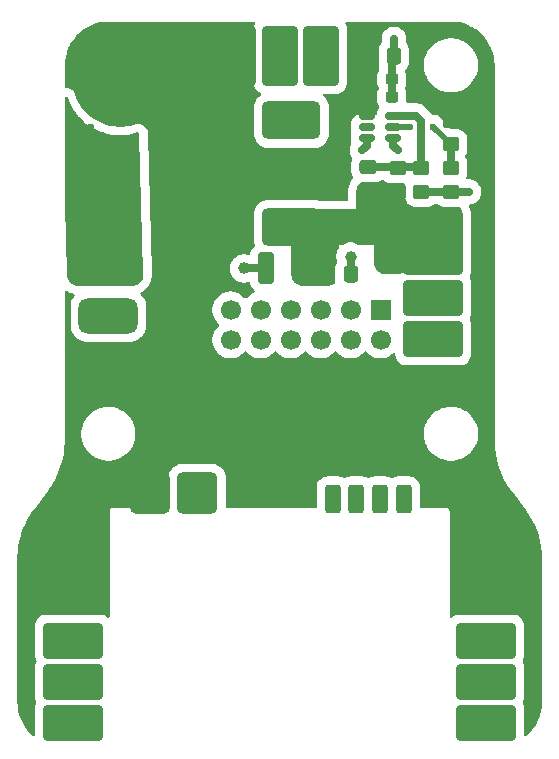
<source format=gbr>
%TF.GenerationSoftware,KiCad,Pcbnew,9.0.6*%
%TF.CreationDate,2025-11-04T19:27:01-06:00*%
%TF.ProjectId,PD_Board_v3,50445f42-6f61-4726-945f-76332e6b6963,rev?*%
%TF.SameCoordinates,Original*%
%TF.FileFunction,Copper,L1,Top*%
%TF.FilePolarity,Positive*%
%FSLAX46Y46*%
G04 Gerber Fmt 4.6, Leading zero omitted, Abs format (unit mm)*
G04 Created by KiCad (PCBNEW 9.0.6) date 2025-11-04 19:27:01*
%MOMM*%
%LPD*%
G01*
G04 APERTURE LIST*
G04 Aperture macros list*
%AMRoundRect*
0 Rectangle with rounded corners*
0 $1 Rounding radius*
0 $2 $3 $4 $5 $6 $7 $8 $9 X,Y pos of 4 corners*
0 Add a 4 corners polygon primitive as box body*
4,1,4,$2,$3,$4,$5,$6,$7,$8,$9,$2,$3,0*
0 Add four circle primitives for the rounded corners*
1,1,$1+$1,$2,$3*
1,1,$1+$1,$4,$5*
1,1,$1+$1,$6,$7*
1,1,$1+$1,$8,$9*
0 Add four rect primitives between the rounded corners*
20,1,$1+$1,$2,$3,$4,$5,0*
20,1,$1+$1,$4,$5,$6,$7,0*
20,1,$1+$1,$6,$7,$8,$9,0*
20,1,$1+$1,$8,$9,$2,$3,0*%
G04 Aperture macros list end*
%TA.AperFunction,SMDPad,CuDef*%
%ADD10RoundRect,0.250000X-0.450000X0.350000X-0.450000X-0.350000X0.450000X-0.350000X0.450000X0.350000X0*%
%TD*%
%TA.AperFunction,ComponentPad*%
%ADD11RoundRect,0.511413X-1.193298X-1.239257X1.193298X-1.239257X1.193298X1.239257X-1.193298X1.239257X0*%
%TD*%
%TA.AperFunction,ComponentPad*%
%ADD12RoundRect,0.519917X-1.213138X-1.247688X1.213138X-1.247688X1.213138X1.247688X-1.213138X1.247688X0*%
%TD*%
%TA.AperFunction,ComponentPad*%
%ADD13RoundRect,0.197827X-0.461597X-0.989841X0.461597X-0.989841X0.461597X0.989841X-0.461597X0.989841X0*%
%TD*%
%TA.AperFunction,ComponentPad*%
%ADD14RoundRect,0.250000X-2.250000X-1.250000X2.250000X-1.250000X2.250000X1.250000X-2.250000X1.250000X0*%
%TD*%
%TA.AperFunction,SMDPad,CuDef*%
%ADD15RoundRect,0.237500X-0.300000X-0.237500X0.300000X-0.237500X0.300000X0.237500X-0.300000X0.237500X0*%
%TD*%
%TA.AperFunction,SMDPad,CuDef*%
%ADD16RoundRect,0.250000X-0.337500X-0.475000X0.337500X-0.475000X0.337500X0.475000X-0.337500X0.475000X0*%
%TD*%
%TA.AperFunction,SMDPad,CuDef*%
%ADD17RoundRect,0.150000X-0.512500X-0.150000X0.512500X-0.150000X0.512500X0.150000X-0.512500X0.150000X0*%
%TD*%
%TA.AperFunction,ComponentPad*%
%ADD18R,1.700000X1.700000*%
%TD*%
%TA.AperFunction,ComponentPad*%
%ADD19C,1.700000*%
%TD*%
%TA.AperFunction,SMDPad,CuDef*%
%ADD20RoundRect,0.250000X0.475000X-0.337500X0.475000X0.337500X-0.475000X0.337500X-0.475000X-0.337500X0*%
%TD*%
%TA.AperFunction,ComponentPad*%
%ADD21RoundRect,0.750000X-1.750000X-0.750000X1.750000X-0.750000X1.750000X0.750000X-1.750000X0.750000X0*%
%TD*%
%TA.AperFunction,ComponentPad*%
%ADD22RoundRect,0.250000X1.250000X-2.250000X1.250000X2.250000X-1.250000X2.250000X-1.250000X-2.250000X0*%
%TD*%
%TA.AperFunction,SMDPad,CuDef*%
%ADD23RoundRect,0.250000X0.412500X1.100000X-0.412500X1.100000X-0.412500X-1.100000X0.412500X-1.100000X0*%
%TD*%
%TA.AperFunction,SMDPad,CuDef*%
%ADD24C,8.000000*%
%TD*%
%TA.AperFunction,SMDPad,CuDef*%
%ADD25RoundRect,0.477900X-1.998600X1.115100X-1.998600X-1.115100X1.998600X-1.115100X1.998600X1.115100X0*%
%TD*%
%TA.AperFunction,SMDPad,CuDef*%
%ADD26RoundRect,0.250000X0.450000X-0.350000X0.450000X0.350000X-0.450000X0.350000X-0.450000X-0.350000X0*%
%TD*%
%TA.AperFunction,ViaPad*%
%ADD27C,0.600000*%
%TD*%
%TA.AperFunction,ViaPad*%
%ADD28C,1.000000*%
%TD*%
%TA.AperFunction,Conductor*%
%ADD29C,0.700000*%
%TD*%
%TA.AperFunction,Conductor*%
%ADD30C,0.500000*%
%TD*%
G04 APERTURE END LIST*
D10*
%TO.P,R3,1*%
%TO.N,Net-(U1-EN)*%
X158000000Y-60500000D03*
%TO.P,R3,2*%
%TO.N,GND*%
X158000000Y-62500000D03*
%TD*%
D11*
%TO.P,E1,1,BATT+*%
%TO.N,+BATT_SW*%
X132500000Y-88000000D03*
D12*
%TO.P,E1,2,BATT-*%
%TO.N,GND*%
X136500000Y-88000000D03*
D13*
%TO.P,E1,3,GND*%
X148000000Y-88500000D03*
%TO.P,E1,4,5v*%
%TO.N,+5V*%
X150000000Y-88500000D03*
%TO.P,E1,5,S0*%
%TO.N,/S3*%
X152000000Y-88500000D03*
%TO.P,E1,6,S1*%
%TO.N,/S4*%
X154000000Y-88500000D03*
D14*
%TO.P,E1,7,D0_0*%
%TO.N,unconnected-(E1-D0_0-Pad7)*%
X126000000Y-100500000D03*
%TO.P,E1,8,D0_1*%
%TO.N,unconnected-(E1-D0_1-Pad8)*%
X126000000Y-104000000D03*
%TO.P,E1,9,D0_2*%
%TO.N,unconnected-(E1-D0_2-Pad9)*%
X126000000Y-107500000D03*
%TO.P,E1,10,D1_0*%
%TO.N,unconnected-(E1-D1_0-Pad10)*%
X161000000Y-100500000D03*
%TO.P,E1,11,D1_1*%
%TO.N,unconnected-(E1-D1_1-Pad11)*%
X161000000Y-104000000D03*
%TO.P,E1,12,D1_2*%
%TO.N,unconnected-(E1-D1_2-Pad12)*%
X161000000Y-107500000D03*
%TD*%
%TO.P,J7,1,Pin_1*%
%TO.N,+6V*%
X156500000Y-68000000D03*
%TO.P,J7,2,Pin_2*%
%TO.N,/S1*%
X156500000Y-71500000D03*
%TO.P,J7,3,Pin_3*%
%TO.N,GND*%
X156500000Y-75000000D03*
%TD*%
D15*
%TO.P,C2,1*%
%TO.N,+BATT_SW*%
X151275000Y-53000000D03*
%TO.P,C2,2*%
%TO.N,GND*%
X153000000Y-53000000D03*
%TD*%
D10*
%TO.P,R1,1*%
%TO.N,+BATT_SW*%
X158000000Y-56500000D03*
%TO.P,R1,2*%
%TO.N,Net-(U1-EN)*%
X158000000Y-58500000D03*
%TD*%
D16*
%TO.P,C5,1*%
%TO.N,+6V*%
X147425000Y-69500000D03*
%TO.P,C5,2*%
%TO.N,GND*%
X149500000Y-69500000D03*
%TD*%
D17*
%TO.P,U1,1,VIN*%
%TO.N,+BATT_SW*%
X150862500Y-56050000D03*
%TO.P,U1,2,SW*%
%TO.N,Net-(U1-SW)*%
X150862500Y-57000000D03*
%TO.P,U1,3,GND*%
%TO.N,GND*%
X150862500Y-57950000D03*
%TO.P,U1,4,AGND*%
X153137500Y-57950000D03*
%TO.P,U1,5,EN*%
%TO.N,Net-(U1-EN)*%
X153137500Y-57000000D03*
%TO.P,U1,6,FB*%
%TO.N,Net-(U1-FB)*%
X153137500Y-56050000D03*
%TD*%
D18*
%TO.P,J5,1,Pin_1*%
%TO.N,/S1*%
X152040000Y-72500000D03*
D19*
%TO.P,J5,2,Pin_2*%
%TO.N,+5V*%
X149500000Y-72500000D03*
%TO.P,J5,3,Pin_3*%
%TO.N,GND*%
X146960000Y-72500000D03*
%TO.P,J5,4,Pin_4*%
X144420000Y-72500000D03*
%TO.P,J5,5,Pin_5*%
%TO.N,+5V*%
X141880000Y-72500000D03*
%TO.P,J5,6,Pin_6*%
%TO.N,/S2*%
X139340000Y-72500000D03*
%TO.P,J5,7,Pin_7*%
%TO.N,/S3*%
X152040000Y-75040000D03*
%TO.P,J5,8,Pin_8*%
%TO.N,+5V*%
X149500000Y-75040000D03*
%TO.P,J5,9,Pin_9*%
%TO.N,GND*%
X146960000Y-75040000D03*
%TO.P,J5,10,Pin_10*%
X144420000Y-75040000D03*
%TO.P,J5,11,Pin_11*%
%TO.N,+5V*%
X141880000Y-75040000D03*
%TO.P,J5,12,Pin_12*%
%TO.N,/S4*%
X139340000Y-75040000D03*
%TD*%
D20*
%TO.P,C1,1*%
%TO.N,+6V*%
X151000000Y-62500000D03*
%TO.P,C1,2*%
%TO.N,Net-(U1-FB)*%
X151000000Y-60425000D03*
%TD*%
D15*
%TO.P,C6,1*%
%TO.N,+BATT_SW*%
X151275000Y-54500000D03*
%TO.P,C6,2*%
%TO.N,GND*%
X153000000Y-54500000D03*
%TD*%
D21*
%TO.P,J2,1,Pin_1*%
%TO.N,+BATT*%
X129000000Y-68000000D03*
%TO.P,J2,2,Pin_2*%
%TO.N,GND*%
X129000000Y-73000000D03*
%TD*%
D16*
%TO.P,C3,1*%
%TO.N,+BATT_SW*%
X151100000Y-51020000D03*
%TO.P,C3,2*%
%TO.N,GND*%
X153175000Y-51020000D03*
%TD*%
D22*
%TO.P,J1,1,Pin_1*%
%TO.N,+BATT_SW*%
X140000000Y-51000000D03*
%TO.P,J1,2,Pin_2*%
%TO.N,/S2*%
X143500000Y-51000000D03*
%TO.P,J1,3,Pin_3*%
%TO.N,GND*%
X147000000Y-51000000D03*
%TD*%
D23*
%TO.P,C4,1*%
%TO.N,+6V*%
X145500000Y-69000000D03*
%TO.P,C4,2*%
%TO.N,GND*%
X142375000Y-69000000D03*
%TD*%
D24*
%TO.P,J3,2,Pin_2*%
%TO.N,+BATT_SW*%
X130000000Y-53000000D03*
%TD*%
D25*
%TO.P,L1,1*%
%TO.N,Net-(U1-SW)*%
X144500000Y-56472000D03*
%TO.P,L1,2*%
%TO.N,+6V*%
X144500000Y-65500000D03*
%TD*%
D26*
%TO.P,R2,1*%
%TO.N,+6V*%
X153500000Y-62500000D03*
%TO.P,R2,2*%
%TO.N,Net-(U1-FB)*%
X153500000Y-60500000D03*
%TD*%
D10*
%TO.P,R4,1*%
%TO.N,Net-(U1-FB)*%
X155500000Y-60500000D03*
%TO.P,R4,2*%
%TO.N,GND*%
X155500000Y-62500000D03*
%TD*%
D27*
%TO.N,+6V*%
X152500000Y-69000000D03*
X154500000Y-64500000D03*
X150500000Y-64500000D03*
X152500000Y-67500000D03*
X154500000Y-66000000D03*
X158500000Y-64500000D03*
X152500000Y-64500000D03*
X156500000Y-66000000D03*
X158500000Y-66000000D03*
X156500000Y-64500000D03*
X148500000Y-66000000D03*
X152500000Y-66000000D03*
X148500000Y-64500000D03*
X150500000Y-66000000D03*
%TO.N,GND*%
X153175000Y-49595000D03*
D28*
X140500000Y-69000000D03*
D27*
X159500000Y-62500000D03*
X150500000Y-59000000D03*
D28*
X149500000Y-68000000D03*
D27*
X153500000Y-59000000D03*
%TO.N,+BATT*%
X127500000Y-59500000D03*
X130500000Y-65500000D03*
X130500000Y-62500000D03*
X130500000Y-59500000D03*
X127500000Y-65500000D03*
X127500000Y-57000000D03*
X127500000Y-62500000D03*
%TO.N,Net-(U1-EN)*%
X156500000Y-57000000D03*
X154500000Y-57000000D03*
%TD*%
D29*
%TO.N,GND*%
X149500000Y-69500000D02*
X149500000Y-68000000D01*
%TO.N,Net-(U1-FB)*%
X155500000Y-60000000D02*
X155500000Y-56500000D01*
X155425000Y-60425000D02*
X155500000Y-60500000D01*
X155500000Y-56500000D02*
X155050000Y-56050000D01*
X151000000Y-60425000D02*
X155425000Y-60425000D01*
X155050000Y-56050000D02*
X153137500Y-56050000D01*
%TO.N,+6V*%
X145500000Y-66500000D02*
X144500000Y-65500000D01*
%TO.N,GND*%
X158000000Y-62500000D02*
X159500000Y-62500000D01*
X153000000Y-51195000D02*
X153175000Y-51020000D01*
X153137500Y-57950000D02*
X153137500Y-58637500D01*
X150862500Y-57950000D02*
X150862500Y-58637500D01*
X150862500Y-58637500D02*
X150500000Y-59000000D01*
X155500000Y-62500000D02*
X158000000Y-62500000D01*
X153000000Y-53000000D02*
X153000000Y-51195000D01*
X153000000Y-54500000D02*
X153000000Y-53000000D01*
X140500000Y-69000000D02*
X142375000Y-69000000D01*
X153175000Y-49595000D02*
X153175000Y-51020000D01*
X153137500Y-58637500D02*
X153500000Y-59000000D01*
D30*
%TO.N,Net-(U1-EN)*%
X156500000Y-57000000D02*
X158000000Y-58500000D01*
X154500000Y-57000000D02*
X153137500Y-57000000D01*
D29*
X158000000Y-60500000D02*
X158000000Y-58500000D01*
%TD*%
%TA.AperFunction,Conductor*%
%TO.N,+BATT_SW*%
G36*
X141380619Y-48117614D02*
G01*
X141426374Y-48170418D01*
X141436318Y-48239576D01*
X141423489Y-48279340D01*
X141362762Y-48395594D01*
X141309582Y-48581451D01*
X141299500Y-48694863D01*
X141299500Y-53305136D01*
X141309582Y-53418548D01*
X141362762Y-53604405D01*
X141394727Y-53665599D01*
X141452266Y-53775751D01*
X141471493Y-53799331D01*
X141574428Y-53925571D01*
X141630139Y-53970997D01*
X141724249Y-54047734D01*
X141883499Y-54130919D01*
X141933805Y-54179404D01*
X141949913Y-54247392D01*
X141926707Y-54313295D01*
X141896165Y-54343126D01*
X141745359Y-54446431D01*
X141590932Y-54600858D01*
X141467512Y-54781029D01*
X141467508Y-54781037D01*
X141379304Y-54980801D01*
X141379298Y-54980817D01*
X141329302Y-55193388D01*
X141329300Y-55193404D01*
X141323000Y-55284171D01*
X141323000Y-57659827D01*
X141329300Y-57750594D01*
X141329302Y-57750610D01*
X141379298Y-57963182D01*
X141379304Y-57963198D01*
X141467508Y-58162962D01*
X141467512Y-58162970D01*
X141590932Y-58343141D01*
X141745358Y-58497567D01*
X141925529Y-58620987D01*
X141925537Y-58620991D01*
X142059144Y-58679984D01*
X142125310Y-58709199D01*
X142125314Y-58709200D01*
X142125317Y-58709201D01*
X142337888Y-58759197D01*
X142337893Y-58759197D01*
X142337899Y-58759199D01*
X142428675Y-58765500D01*
X146571324Y-58765499D01*
X146571327Y-58765499D01*
X146598557Y-58763609D01*
X146662101Y-58759199D01*
X146662110Y-58759197D01*
X146874682Y-58709201D01*
X146874682Y-58709200D01*
X146874690Y-58709199D01*
X147074471Y-58620987D01*
X147254642Y-58497567D01*
X147409067Y-58343142D01*
X147532487Y-58162971D01*
X147620699Y-57963190D01*
X147670699Y-57750601D01*
X147677000Y-57659825D01*
X147676999Y-55284176D01*
X147670699Y-55193399D01*
X147670697Y-55193389D01*
X147620701Y-54980817D01*
X147620700Y-54980814D01*
X147620699Y-54980810D01*
X147611877Y-54960830D01*
X147532491Y-54781037D01*
X147532487Y-54781029D01*
X147409067Y-54600858D01*
X147254639Y-54446430D01*
X147225982Y-54426800D01*
X147181799Y-54372674D01*
X147173892Y-54303254D01*
X147204772Y-54240578D01*
X147264635Y-54204548D01*
X147296058Y-54200500D01*
X148305130Y-54200500D01*
X148305138Y-54200500D01*
X148418552Y-54190417D01*
X148604406Y-54137237D01*
X148775751Y-54047734D01*
X148925571Y-53925571D01*
X149047734Y-53775751D01*
X149137237Y-53604406D01*
X149190417Y-53418552D01*
X149200500Y-53305138D01*
X149200500Y-48694862D01*
X149190417Y-48581448D01*
X149137237Y-48395594D01*
X149076510Y-48279339D01*
X149062920Y-48210805D01*
X149088539Y-48145802D01*
X149145235Y-48104968D01*
X149186420Y-48097929D01*
X157952409Y-48097929D01*
X157996951Y-48097929D01*
X158003034Y-48098077D01*
X158356534Y-48115444D01*
X158368642Y-48116636D01*
X158715720Y-48168122D01*
X158727635Y-48170492D01*
X159068008Y-48255751D01*
X159079643Y-48259281D01*
X159410009Y-48377489D01*
X159421237Y-48382141D01*
X159738427Y-48532162D01*
X159749156Y-48537896D01*
X160050112Y-48718284D01*
X160060218Y-48725037D01*
X160098275Y-48753262D01*
X160342038Y-48934051D01*
X160351439Y-48941765D01*
X160611439Y-49177418D01*
X160620004Y-49185983D01*
X160855665Y-49445998D01*
X160863373Y-49455391D01*
X161072379Y-49737207D01*
X161079140Y-49747325D01*
X161259524Y-50048282D01*
X161265260Y-50059014D01*
X161415271Y-50376191D01*
X161419928Y-50387434D01*
X161538130Y-50717797D01*
X161541662Y-50729441D01*
X161626912Y-51069789D01*
X161629286Y-51081724D01*
X161680766Y-51428794D01*
X161681959Y-51440905D01*
X161692096Y-51647279D01*
X161697520Y-51757722D01*
X161699363Y-51795232D01*
X161699512Y-51801315D01*
X161699512Y-83452407D01*
X161699512Y-83452408D01*
X161699512Y-83500001D01*
X161699511Y-83500001D01*
X161699512Y-83508392D01*
X161699512Y-83546549D01*
X161699515Y-83546616D01*
X161699538Y-83734963D01*
X161699539Y-83734977D01*
X161729759Y-84203956D01*
X161729759Y-84203961D01*
X161790073Y-84669997D01*
X161790073Y-84670001D01*
X161880237Y-85131235D01*
X161999869Y-85585697D01*
X162148478Y-86031522D01*
X162148480Y-86031526D01*
X162325452Y-86466878D01*
X162325456Y-86466886D01*
X162325462Y-86466900D01*
X162530050Y-86889943D01*
X162530061Y-86889963D01*
X162663895Y-87126551D01*
X162761439Y-87298987D01*
X163018648Y-87692300D01*
X163130195Y-87841066D01*
X163131151Y-87842340D01*
X163131199Y-87842414D01*
X164327704Y-89437754D01*
X164327705Y-89437756D01*
X164327706Y-89437757D01*
X164358272Y-89478511D01*
X164360868Y-89482104D01*
X164618442Y-89852408D01*
X164630549Y-89869813D01*
X164635347Y-89877266D01*
X164875496Y-90281323D01*
X164879750Y-90289100D01*
X165090427Y-90709294D01*
X165094114Y-90717355D01*
X165274231Y-91151518D01*
X165277333Y-91159822D01*
X165425976Y-91605753D01*
X165428476Y-91614257D01*
X165544879Y-92069648D01*
X165546766Y-92078309D01*
X165630339Y-92540869D01*
X165631602Y-92549642D01*
X165681918Y-93016973D01*
X165682552Y-93025815D01*
X165698096Y-93460442D01*
X165699433Y-93497808D01*
X165699512Y-93502240D01*
X165699512Y-105746949D01*
X165699363Y-105753034D01*
X165681996Y-106106533D01*
X165680803Y-106118643D01*
X165629320Y-106465713D01*
X165626946Y-106477647D01*
X165541690Y-106818009D01*
X165538157Y-106829654D01*
X165419958Y-107159997D01*
X165415302Y-107171240D01*
X165265280Y-107488436D01*
X165259543Y-107499168D01*
X165079166Y-107800109D01*
X165072406Y-107810227D01*
X164863387Y-108092056D01*
X164855667Y-108101462D01*
X164620041Y-108361436D01*
X164611436Y-108370041D01*
X164407773Y-108554630D01*
X164344881Y-108585066D01*
X164275518Y-108576667D01*
X164221706Y-108532102D01*
X164200531Y-108465518D01*
X164200500Y-108462752D01*
X164200500Y-106194869D01*
X164200500Y-106194862D01*
X164190417Y-106081448D01*
X164137237Y-105895594D01*
X164091173Y-105807410D01*
X164077583Y-105738876D01*
X164091174Y-105692589D01*
X164099512Y-105676626D01*
X164137237Y-105604406D01*
X164190417Y-105418552D01*
X164200500Y-105305138D01*
X164200500Y-102694862D01*
X164190417Y-102581448D01*
X164137237Y-102395594D01*
X164091173Y-102307410D01*
X164077583Y-102238876D01*
X164091174Y-102192589D01*
X164099512Y-102176626D01*
X164137237Y-102104406D01*
X164190417Y-101918552D01*
X164200500Y-101805138D01*
X164200500Y-99194862D01*
X164190417Y-99081448D01*
X164137237Y-98895594D01*
X164047734Y-98724249D01*
X163986652Y-98649339D01*
X163925571Y-98574428D01*
X163833700Y-98499518D01*
X163775751Y-98452266D01*
X163761082Y-98444604D01*
X163604405Y-98362762D01*
X163449845Y-98318537D01*
X163418552Y-98309583D01*
X163418551Y-98309582D01*
X163418548Y-98309582D01*
X163329662Y-98301680D01*
X163305138Y-98299500D01*
X158694862Y-98299500D01*
X158682599Y-98300590D01*
X158581451Y-98309582D01*
X158395594Y-98362762D01*
X158224250Y-98452265D01*
X158102853Y-98551251D01*
X158038456Y-98578360D01*
X157969627Y-98566351D01*
X157918216Y-98519035D01*
X157900492Y-98455149D01*
X157900492Y-89510443D01*
X157900492Y-89510441D01*
X157880014Y-89434016D01*
X157840454Y-89365496D01*
X157784507Y-89309549D01*
X157715987Y-89269989D01*
X157639562Y-89249511D01*
X157639561Y-89249511D01*
X155483924Y-89249511D01*
X155416885Y-89229826D01*
X155371130Y-89177022D01*
X155359924Y-89125511D01*
X155359924Y-87447296D01*
X155359924Y-87447290D01*
X155353751Y-87368856D01*
X155304877Y-87186454D01*
X155219147Y-87018200D01*
X155100309Y-86871447D01*
X154953556Y-86752609D01*
X154785302Y-86666879D01*
X154785301Y-86666878D01*
X154785300Y-86666878D01*
X154602898Y-86618004D01*
X154524471Y-86611832D01*
X154524466Y-86611832D01*
X153475534Y-86611832D01*
X153475528Y-86611832D01*
X153397101Y-86618004D01*
X153214699Y-86666878D01*
X153056295Y-86747589D01*
X152987625Y-86760485D01*
X152943705Y-86747589D01*
X152785300Y-86666878D01*
X152602898Y-86618004D01*
X152524471Y-86611832D01*
X152524466Y-86611832D01*
X151475534Y-86611832D01*
X151475528Y-86611832D01*
X151397101Y-86618004D01*
X151214699Y-86666878D01*
X151056295Y-86747589D01*
X150987625Y-86760485D01*
X150943705Y-86747589D01*
X150785300Y-86666878D01*
X150602898Y-86618004D01*
X150524471Y-86611832D01*
X150524466Y-86611832D01*
X149475534Y-86611832D01*
X149475528Y-86611832D01*
X149397101Y-86618004D01*
X149214699Y-86666878D01*
X149056295Y-86747589D01*
X148987625Y-86760485D01*
X148943705Y-86747589D01*
X148785300Y-86666878D01*
X148602898Y-86618004D01*
X148524471Y-86611832D01*
X148524466Y-86611832D01*
X147475534Y-86611832D01*
X147475528Y-86611832D01*
X147397101Y-86618004D01*
X147214699Y-86666878D01*
X147046445Y-86752608D01*
X147046438Y-86752613D01*
X146899691Y-86871447D01*
X146780857Y-87018194D01*
X146780852Y-87018201D01*
X146695122Y-87186455D01*
X146646248Y-87368857D01*
X146640076Y-87447284D01*
X146640076Y-89125511D01*
X146620391Y-89192550D01*
X146567587Y-89238305D01*
X146516076Y-89249511D01*
X139057556Y-89249511D01*
X138990517Y-89229826D01*
X138944762Y-89177022D01*
X138933556Y-89125511D01*
X138933555Y-86689640D01*
X138933554Y-86689632D01*
X138923403Y-86560625D01*
X138923402Y-86560621D01*
X138923402Y-86560619D01*
X138869727Y-86347609D01*
X138869726Y-86347606D01*
X138778877Y-86147595D01*
X138778876Y-86147592D01*
X138747927Y-86102921D01*
X138653778Y-85967023D01*
X138653775Y-85967019D01*
X138653772Y-85967015D01*
X138498436Y-85811679D01*
X138498432Y-85811676D01*
X138498427Y-85811672D01*
X138317865Y-85686579D01*
X138317863Y-85686577D01*
X138317859Y-85686575D01*
X138117846Y-85595725D01*
X138117844Y-85595724D01*
X138117841Y-85595723D01*
X137904834Y-85542049D01*
X137904828Y-85542048D01*
X137840322Y-85536971D01*
X137775819Y-85531895D01*
X137775817Y-85531895D01*
X135224189Y-85531895D01*
X135224174Y-85531896D01*
X135095168Y-85542048D01*
X134882158Y-85595723D01*
X134882155Y-85595724D01*
X134682144Y-85686573D01*
X134682134Y-85686579D01*
X134501572Y-85811672D01*
X134501560Y-85811682D01*
X134346231Y-85967011D01*
X134346221Y-85967023D01*
X134221128Y-86147585D01*
X134221122Y-86147595D01*
X134130273Y-86347606D01*
X134130272Y-86347609D01*
X134076598Y-86560616D01*
X134076597Y-86560622D01*
X134066444Y-86689626D01*
X134066444Y-86689639D01*
X134066445Y-89125511D01*
X134046760Y-89192550D01*
X133993957Y-89238305D01*
X133942445Y-89249511D01*
X129439562Y-89249511D01*
X129360442Y-89249511D01*
X129284017Y-89269989D01*
X129218695Y-89307703D01*
X129215494Y-89309551D01*
X129159552Y-89365493D01*
X129119990Y-89434016D01*
X129099512Y-89510441D01*
X129099512Y-98455153D01*
X129079827Y-98522192D01*
X129027023Y-98567947D01*
X128957865Y-98577891D01*
X128897151Y-98551255D01*
X128851868Y-98514332D01*
X128775751Y-98452266D01*
X128761082Y-98444604D01*
X128604405Y-98362762D01*
X128449845Y-98318537D01*
X128418552Y-98309583D01*
X128418551Y-98309582D01*
X128418548Y-98309582D01*
X128329662Y-98301680D01*
X128305138Y-98299500D01*
X123694862Y-98299500D01*
X123682599Y-98300590D01*
X123581451Y-98309582D01*
X123395594Y-98362762D01*
X123224250Y-98452265D01*
X123074428Y-98574428D01*
X122952265Y-98724250D01*
X122862762Y-98895594D01*
X122809582Y-99081451D01*
X122799500Y-99194863D01*
X122799500Y-101805136D01*
X122809582Y-101918548D01*
X122862763Y-102104406D01*
X122908825Y-102192590D01*
X122922416Y-102261125D01*
X122908825Y-102307410D01*
X122862763Y-102395593D01*
X122809582Y-102581451D01*
X122799500Y-102694863D01*
X122799500Y-105305136D01*
X122809582Y-105418548D01*
X122862763Y-105604406D01*
X122908825Y-105692590D01*
X122922416Y-105761125D01*
X122908825Y-105807410D01*
X122862763Y-105895593D01*
X122809582Y-106081451D01*
X122799500Y-106194863D01*
X122799500Y-108462751D01*
X122779815Y-108529790D01*
X122727011Y-108575545D01*
X122657853Y-108585489D01*
X122594297Y-108556464D01*
X122592227Y-108554629D01*
X122479583Y-108452535D01*
X122388558Y-108370035D01*
X122379967Y-108361444D01*
X122144333Y-108101462D01*
X122136614Y-108092057D01*
X121927595Y-107810228D01*
X121920835Y-107800110D01*
X121740450Y-107499157D01*
X121734726Y-107488449D01*
X121584695Y-107171234D01*
X121580042Y-107159998D01*
X121580042Y-107159997D01*
X121461840Y-106829645D01*
X121458310Y-106818010D01*
X121437680Y-106735652D01*
X121373054Y-106477648D01*
X121370680Y-106465714D01*
X121319197Y-106118644D01*
X121318004Y-106106533D01*
X121310256Y-105948826D01*
X121300641Y-105753095D01*
X121300492Y-105747011D01*
X121300492Y-93502224D01*
X121300571Y-93497792D01*
X121301908Y-93460420D01*
X121317451Y-93025792D01*
X121318082Y-93016998D01*
X121368400Y-92549640D01*
X121369663Y-92540870D01*
X121369663Y-92540869D01*
X121453242Y-92078280D01*
X121455116Y-92069677D01*
X121571530Y-91614241D01*
X121574021Y-91605769D01*
X121722676Y-91159804D01*
X121725772Y-91151518D01*
X121905897Y-90717333D01*
X121909564Y-90709316D01*
X122120259Y-90289088D01*
X122124499Y-90281335D01*
X122364671Y-89877241D01*
X122369439Y-89869835D01*
X122639162Y-89482066D01*
X122641690Y-89478567D01*
X122668951Y-89442220D01*
X122668951Y-89442218D01*
X123864129Y-87848648D01*
X123864129Y-87848645D01*
X123869762Y-87841136D01*
X123869798Y-87841077D01*
X123981355Y-87692300D01*
X124238564Y-87298988D01*
X124469949Y-86889950D01*
X124674551Y-86466878D01*
X124851523Y-86031526D01*
X125000134Y-85585694D01*
X125119767Y-85131229D01*
X125209929Y-84670011D01*
X125261015Y-84275263D01*
X125270243Y-84203960D01*
X125270243Y-84203955D01*
X125270244Y-84203949D01*
X125300465Y-83734974D01*
X125300485Y-83548982D01*
X125300492Y-83548914D01*
X125300492Y-82849879D01*
X126709501Y-82849879D01*
X126709501Y-83150120D01*
X126709502Y-83150137D01*
X126748690Y-83447802D01*
X126748691Y-83447807D01*
X126748692Y-83447813D01*
X126773276Y-83539561D01*
X126826402Y-83737834D01*
X126941303Y-84015229D01*
X126941307Y-84015239D01*
X127091432Y-84275263D01*
X127274214Y-84513470D01*
X127274220Y-84513477D01*
X127486522Y-84725779D01*
X127486529Y-84725785D01*
X127724736Y-84908567D01*
X127984760Y-85058692D01*
X127984761Y-85058692D01*
X127984764Y-85058694D01*
X128262163Y-85173597D01*
X128552187Y-85251308D01*
X128849873Y-85290499D01*
X128849880Y-85290499D01*
X129150120Y-85290499D01*
X129150127Y-85290499D01*
X129447813Y-85251308D01*
X129737837Y-85173597D01*
X130015236Y-85058694D01*
X130275264Y-84908567D01*
X130513472Y-84725784D01*
X130725784Y-84513472D01*
X130908567Y-84275264D01*
X131058694Y-84015236D01*
X131173597Y-83737837D01*
X131251308Y-83447813D01*
X131290499Y-83150127D01*
X131290499Y-82849879D01*
X155709501Y-82849879D01*
X155709501Y-83150120D01*
X155709502Y-83150137D01*
X155748690Y-83447802D01*
X155748691Y-83447807D01*
X155748692Y-83447813D01*
X155773276Y-83539561D01*
X155826402Y-83737834D01*
X155941303Y-84015229D01*
X155941307Y-84015239D01*
X156091432Y-84275263D01*
X156274214Y-84513470D01*
X156274220Y-84513477D01*
X156486522Y-84725779D01*
X156486529Y-84725785D01*
X156724736Y-84908567D01*
X156984760Y-85058692D01*
X156984761Y-85058692D01*
X156984764Y-85058694D01*
X157262163Y-85173597D01*
X157552187Y-85251308D01*
X157849873Y-85290499D01*
X157849880Y-85290499D01*
X158150120Y-85290499D01*
X158150127Y-85290499D01*
X158447813Y-85251308D01*
X158737837Y-85173597D01*
X159015236Y-85058694D01*
X159275264Y-84908567D01*
X159513472Y-84725784D01*
X159725784Y-84513472D01*
X159908567Y-84275264D01*
X160058694Y-84015236D01*
X160173597Y-83737837D01*
X160251308Y-83447813D01*
X160290499Y-83150127D01*
X160290499Y-82849873D01*
X160251308Y-82552187D01*
X160173597Y-82262163D01*
X160058694Y-81984764D01*
X159908567Y-81724736D01*
X159725784Y-81486528D01*
X159725779Y-81486522D01*
X159513477Y-81274220D01*
X159513470Y-81274214D01*
X159275263Y-81091432D01*
X159015239Y-80941307D01*
X159015229Y-80941303D01*
X158933991Y-80907653D01*
X158737837Y-80826403D01*
X158737835Y-80826402D01*
X158737834Y-80826402D01*
X158651671Y-80803315D01*
X158447813Y-80748692D01*
X158447807Y-80748691D01*
X158447802Y-80748690D01*
X158150137Y-80709502D01*
X158150132Y-80709501D01*
X158150127Y-80709501D01*
X157849873Y-80709501D01*
X157849867Y-80709501D01*
X157849862Y-80709502D01*
X157552197Y-80748690D01*
X157552190Y-80748691D01*
X157552187Y-80748692D01*
X157466021Y-80771779D01*
X157262165Y-80826402D01*
X156984770Y-80941303D01*
X156984760Y-80941307D01*
X156724736Y-81091432D01*
X156486529Y-81274214D01*
X156486522Y-81274220D01*
X156274220Y-81486522D01*
X156274214Y-81486529D01*
X156091432Y-81724736D01*
X155941307Y-81984760D01*
X155941303Y-81984770D01*
X155826402Y-82262165D01*
X155748693Y-82552184D01*
X155748690Y-82552197D01*
X155709502Y-82849862D01*
X155709501Y-82849879D01*
X131290499Y-82849879D01*
X131290499Y-82849873D01*
X131251308Y-82552187D01*
X131173597Y-82262163D01*
X131058694Y-81984764D01*
X130908567Y-81724736D01*
X130725784Y-81486528D01*
X130725779Y-81486522D01*
X130513477Y-81274220D01*
X130513470Y-81274214D01*
X130275263Y-81091432D01*
X130015239Y-80941307D01*
X130015229Y-80941303D01*
X129933991Y-80907653D01*
X129737837Y-80826403D01*
X129737835Y-80826402D01*
X129737834Y-80826402D01*
X129651671Y-80803315D01*
X129447813Y-80748692D01*
X129447807Y-80748691D01*
X129447802Y-80748690D01*
X129150137Y-80709502D01*
X129150132Y-80709501D01*
X129150127Y-80709501D01*
X128849873Y-80709501D01*
X128849867Y-80709501D01*
X128849862Y-80709502D01*
X128552197Y-80748690D01*
X128552190Y-80748691D01*
X128552187Y-80748692D01*
X128466021Y-80771779D01*
X128262165Y-80826402D01*
X127984770Y-80941303D01*
X127984760Y-80941307D01*
X127724736Y-81091432D01*
X127486529Y-81274214D01*
X127486522Y-81274220D01*
X127274220Y-81486522D01*
X127274214Y-81486529D01*
X127091432Y-81724736D01*
X126941307Y-81984760D01*
X126941303Y-81984770D01*
X126826402Y-82262165D01*
X126748693Y-82552184D01*
X126748690Y-82552197D01*
X126709502Y-82849862D01*
X126709501Y-82849879D01*
X125300492Y-82849879D01*
X125300492Y-70997216D01*
X125320177Y-70930177D01*
X125372981Y-70884422D01*
X125442139Y-70874478D01*
X125497198Y-70896768D01*
X125530179Y-70920640D01*
X125530196Y-70920652D01*
X125535074Y-70923836D01*
X125550172Y-70933692D01*
X125608822Y-70968068D01*
X125758133Y-71046171D01*
X125819822Y-71074743D01*
X125841938Y-71083719D01*
X125841943Y-71083720D01*
X125841956Y-71083726D01*
X125898680Y-71103622D01*
X125906075Y-71106216D01*
X126053059Y-71149945D01*
X126111701Y-71187928D01*
X126140499Y-71251587D01*
X126130309Y-71320709D01*
X126112322Y-71348936D01*
X126065470Y-71404254D01*
X125942416Y-71610765D01*
X125855040Y-71834689D01*
X125855037Y-71834699D01*
X125805706Y-72069967D01*
X125805705Y-72069970D01*
X125799500Y-72169922D01*
X125799500Y-73830055D01*
X125799501Y-73830078D01*
X125805706Y-73930031D01*
X125855037Y-74165300D01*
X125855040Y-74165310D01*
X125942416Y-74389234D01*
X126065470Y-74595745D01*
X126220826Y-74779173D01*
X126404254Y-74934529D01*
X126404258Y-74934531D01*
X126404260Y-74934533D01*
X126610762Y-75057582D01*
X126610765Y-75057583D01*
X126834689Y-75144959D01*
X126834696Y-75144961D01*
X126834701Y-75144963D01*
X127069969Y-75194294D01*
X127169931Y-75200500D01*
X130830068Y-75200499D01*
X130930031Y-75194294D01*
X131165299Y-75144963D01*
X131165306Y-75144959D01*
X131165310Y-75144959D01*
X131242016Y-75115027D01*
X131389238Y-75057582D01*
X131595740Y-74934533D01*
X131615293Y-74917973D01*
X131779173Y-74779173D01*
X131934529Y-74595745D01*
X131934529Y-74595744D01*
X131934533Y-74595740D01*
X132057582Y-74389238D01*
X132144963Y-74165299D01*
X132194294Y-73930031D01*
X132200500Y-73830069D01*
X132200499Y-72377973D01*
X137789500Y-72377973D01*
X137789500Y-72622027D01*
X137827679Y-72863076D01*
X137903096Y-73095185D01*
X138011230Y-73307411D01*
X138013896Y-73312642D01*
X138157339Y-73510076D01*
X138157343Y-73510081D01*
X138329581Y-73682319D01*
X138363066Y-73743642D01*
X138358082Y-73813334D01*
X138329581Y-73857681D01*
X138157343Y-74029918D01*
X138157339Y-74029923D01*
X138013896Y-74227357D01*
X137903097Y-74444812D01*
X137827678Y-74676927D01*
X137811484Y-74779173D01*
X137789500Y-74917973D01*
X137789500Y-75162027D01*
X137795594Y-75200500D01*
X137827678Y-75403072D01*
X137903097Y-75635187D01*
X138013896Y-75852642D01*
X138157339Y-76050076D01*
X138157343Y-76050081D01*
X138329918Y-76222656D01*
X138329923Y-76222660D01*
X138443445Y-76305138D01*
X138527361Y-76366106D01*
X138744815Y-76476904D01*
X138976924Y-76552321D01*
X139217973Y-76590500D01*
X139217974Y-76590500D01*
X139462026Y-76590500D01*
X139462027Y-76590500D01*
X139703076Y-76552321D01*
X139935185Y-76476904D01*
X140152639Y-76366106D01*
X140350083Y-76222655D01*
X140522319Y-76050419D01*
X140583642Y-76016934D01*
X140653334Y-76021918D01*
X140697681Y-76050419D01*
X140869918Y-76222656D01*
X140869923Y-76222660D01*
X140983445Y-76305138D01*
X141067361Y-76366106D01*
X141284815Y-76476904D01*
X141516924Y-76552321D01*
X141757973Y-76590500D01*
X141757974Y-76590500D01*
X142002026Y-76590500D01*
X142002027Y-76590500D01*
X142243076Y-76552321D01*
X142475185Y-76476904D01*
X142692639Y-76366106D01*
X142890083Y-76222655D01*
X143062319Y-76050419D01*
X143123642Y-76016934D01*
X143193334Y-76021918D01*
X143237681Y-76050419D01*
X143409918Y-76222656D01*
X143409923Y-76222660D01*
X143523445Y-76305138D01*
X143607361Y-76366106D01*
X143824815Y-76476904D01*
X144056924Y-76552321D01*
X144297973Y-76590500D01*
X144297974Y-76590500D01*
X144542026Y-76590500D01*
X144542027Y-76590500D01*
X144783076Y-76552321D01*
X145015185Y-76476904D01*
X145232639Y-76366106D01*
X145430083Y-76222655D01*
X145602319Y-76050419D01*
X145663642Y-76016934D01*
X145733334Y-76021918D01*
X145777681Y-76050419D01*
X145949918Y-76222656D01*
X145949923Y-76222660D01*
X146063445Y-76305138D01*
X146147361Y-76366106D01*
X146364815Y-76476904D01*
X146596924Y-76552321D01*
X146837973Y-76590500D01*
X146837974Y-76590500D01*
X147082026Y-76590500D01*
X147082027Y-76590500D01*
X147323076Y-76552321D01*
X147555185Y-76476904D01*
X147772639Y-76366106D01*
X147970083Y-76222655D01*
X148142319Y-76050419D01*
X148203642Y-76016934D01*
X148273334Y-76021918D01*
X148317681Y-76050419D01*
X148489918Y-76222656D01*
X148489923Y-76222660D01*
X148603445Y-76305138D01*
X148687361Y-76366106D01*
X148904815Y-76476904D01*
X149136924Y-76552321D01*
X149377973Y-76590500D01*
X149377974Y-76590500D01*
X149622026Y-76590500D01*
X149622027Y-76590500D01*
X149863076Y-76552321D01*
X150095185Y-76476904D01*
X150312639Y-76366106D01*
X150510083Y-76222655D01*
X150682319Y-76050419D01*
X150743642Y-76016934D01*
X150813334Y-76021918D01*
X150857681Y-76050419D01*
X151029918Y-76222656D01*
X151029923Y-76222660D01*
X151143445Y-76305138D01*
X151227361Y-76366106D01*
X151444815Y-76476904D01*
X151676924Y-76552321D01*
X151917973Y-76590500D01*
X151917974Y-76590500D01*
X152162026Y-76590500D01*
X152162027Y-76590500D01*
X152403076Y-76552321D01*
X152635185Y-76476904D01*
X152852639Y-76366106D01*
X153050083Y-76222655D01*
X153087819Y-76184919D01*
X153149142Y-76151434D01*
X153218834Y-76156418D01*
X153274767Y-76198290D01*
X153299184Y-76263754D01*
X153299500Y-76272600D01*
X153299500Y-76305136D01*
X153309582Y-76418548D01*
X153362762Y-76604405D01*
X153362763Y-76604406D01*
X153452266Y-76775751D01*
X153499518Y-76833700D01*
X153574428Y-76925571D01*
X153649339Y-76986652D01*
X153724249Y-77047734D01*
X153895594Y-77137237D01*
X154081448Y-77190417D01*
X154194862Y-77200500D01*
X154194870Y-77200500D01*
X158805130Y-77200500D01*
X158805138Y-77200500D01*
X158918552Y-77190417D01*
X159104406Y-77137237D01*
X159275751Y-77047734D01*
X159425571Y-76925571D01*
X159547734Y-76775751D01*
X159637237Y-76604406D01*
X159690417Y-76418552D01*
X159700500Y-76305138D01*
X159700500Y-73694862D01*
X159690417Y-73581448D01*
X159637237Y-73395594D01*
X159591173Y-73307410D01*
X159577583Y-73238876D01*
X159591174Y-73192589D01*
X159637237Y-73104406D01*
X159690417Y-72918552D01*
X159700500Y-72805138D01*
X159700500Y-70194862D01*
X159690417Y-70081448D01*
X159637237Y-69895594D01*
X159591173Y-69807410D01*
X159577583Y-69738876D01*
X159591174Y-69692589D01*
X159637237Y-69604406D01*
X159690417Y-69418552D01*
X159700500Y-69305138D01*
X159700500Y-68591519D01*
X159701097Y-68579366D01*
X159701506Y-68575214D01*
X159704053Y-68540673D01*
X159704650Y-68528519D01*
X159705500Y-68493907D01*
X159705500Y-64506092D01*
X159704650Y-64471480D01*
X159704053Y-64459326D01*
X159701506Y-64424785D01*
X159684085Y-64247912D01*
X159673928Y-64179436D01*
X159669186Y-64155595D01*
X159652362Y-64088430D01*
X159602546Y-63924207D01*
X159579215Y-63859003D01*
X159569912Y-63836545D01*
X159540316Y-63773973D01*
X159517230Y-63730782D01*
X159502988Y-63662380D01*
X159527988Y-63597136D01*
X159584293Y-63555765D01*
X159602397Y-63550711D01*
X159603458Y-63550500D01*
X159603465Y-63550500D01*
X159806420Y-63510130D01*
X159997598Y-63430941D01*
X160169655Y-63315977D01*
X160315977Y-63169655D01*
X160430941Y-62997598D01*
X160510130Y-62806420D01*
X160550500Y-62603465D01*
X160550500Y-62396535D01*
X160510130Y-62193580D01*
X160430941Y-62002402D01*
X160315977Y-61830345D01*
X160315975Y-61830342D01*
X160169657Y-61684024D01*
X160027900Y-61589306D01*
X159997598Y-61569059D01*
X159902635Y-61529724D01*
X159806420Y-61489870D01*
X159806412Y-61489868D01*
X159603469Y-61449500D01*
X159603465Y-61449500D01*
X159413881Y-61449500D01*
X159346842Y-61429815D01*
X159301087Y-61377011D01*
X159291143Y-61307853D01*
X159303972Y-61268089D01*
X159314566Y-61247807D01*
X159337237Y-61204406D01*
X159390417Y-61018552D01*
X159400500Y-60905138D01*
X159400500Y-60094862D01*
X159390417Y-59981448D01*
X159337237Y-59795594D01*
X159247734Y-59624249D01*
X159210317Y-59578361D01*
X159183207Y-59513967D01*
X159195215Y-59445137D01*
X159210318Y-59421637D01*
X159247732Y-59375753D01*
X159247734Y-59375751D01*
X159337237Y-59204406D01*
X159390417Y-59018552D01*
X159400500Y-58905138D01*
X159400500Y-58094862D01*
X159390417Y-57981448D01*
X159337237Y-57795594D01*
X159247734Y-57624249D01*
X159186652Y-57549339D01*
X159125571Y-57474428D01*
X159016568Y-57385548D01*
X158975751Y-57352266D01*
X158961082Y-57344604D01*
X158804405Y-57262762D01*
X158649845Y-57218537D01*
X158618552Y-57209583D01*
X158618551Y-57209582D01*
X158618548Y-57209582D01*
X158529662Y-57201680D01*
X158505138Y-57199500D01*
X158505136Y-57199500D01*
X158095072Y-57199500D01*
X158028033Y-57179815D01*
X158007391Y-57163181D01*
X157415624Y-56571414D01*
X157388743Y-56531183D01*
X157386634Y-56526092D01*
X157386632Y-56526086D01*
X157295201Y-56389249D01*
X157277139Y-56362217D01*
X157137785Y-56222863D01*
X157137781Y-56222860D01*
X156973920Y-56113371D01*
X156973907Y-56113364D01*
X156791839Y-56037950D01*
X156791829Y-56037947D01*
X156598543Y-55999500D01*
X156598541Y-55999500D01*
X156495281Y-55999500D01*
X156428242Y-55979815D01*
X156392180Y-55944392D01*
X156315977Y-55830345D01*
X156315975Y-55830342D01*
X156166559Y-55680926D01*
X156166528Y-55680897D01*
X155870317Y-55384686D01*
X155870297Y-55384664D01*
X155719657Y-55234024D01*
X155598381Y-55152991D01*
X155547598Y-55119059D01*
X155511906Y-55104275D01*
X155356420Y-55039870D01*
X155356412Y-55039868D01*
X155153469Y-54999500D01*
X155153465Y-54999500D01*
X154356690Y-54999500D01*
X154289651Y-54979815D01*
X154243896Y-54927011D01*
X154233072Y-54865772D01*
X154237999Y-54803160D01*
X154238000Y-54803153D01*
X154237999Y-54196848D01*
X154231555Y-54114956D01*
X154180522Y-53924499D01*
X154180521Y-53924498D01*
X154180521Y-53924496D01*
X154120294Y-53806295D01*
X154107397Y-53737626D01*
X154120294Y-53693705D01*
X154180521Y-53575503D01*
X154180522Y-53575501D01*
X154231555Y-53385044D01*
X154238000Y-53303153D01*
X154237999Y-52696848D01*
X154231555Y-52614956D01*
X154180522Y-52424499D01*
X154136759Y-52338610D01*
X154123864Y-52269943D01*
X154150140Y-52205202D01*
X154168879Y-52186219D01*
X154188071Y-52170571D01*
X154310234Y-52020751D01*
X154399737Y-51849406D01*
X154452917Y-51663552D01*
X154454364Y-51647279D01*
X155709501Y-51647279D01*
X155709501Y-51947520D01*
X155709502Y-51947537D01*
X155748690Y-52245202D01*
X155748691Y-52245207D01*
X155748692Y-52245213D01*
X155772593Y-52334412D01*
X155826402Y-52535234D01*
X155941303Y-52812629D01*
X155941307Y-52812639D01*
X156091432Y-53072663D01*
X156274214Y-53310870D01*
X156274220Y-53310877D01*
X156486522Y-53523179D01*
X156486529Y-53523185D01*
X156724736Y-53705967D01*
X156984760Y-53856092D01*
X156984761Y-53856092D01*
X156984764Y-53856094D01*
X157262163Y-53970997D01*
X157552187Y-54048708D01*
X157849873Y-54087899D01*
X157849880Y-54087899D01*
X158150120Y-54087899D01*
X158150127Y-54087899D01*
X158447813Y-54048708D01*
X158737837Y-53970997D01*
X159015236Y-53856094D01*
X159275264Y-53705967D01*
X159513472Y-53523184D01*
X159725784Y-53310872D01*
X159908567Y-53072664D01*
X160058694Y-52812636D01*
X160173597Y-52535237D01*
X160251308Y-52245213D01*
X160290499Y-51947527D01*
X160290499Y-51647273D01*
X160251308Y-51349587D01*
X160173597Y-51059563D01*
X160058694Y-50782164D01*
X160056718Y-50778742D01*
X159908567Y-50522136D01*
X159725785Y-50283929D01*
X159725779Y-50283922D01*
X159513477Y-50071620D01*
X159513470Y-50071614D01*
X159275263Y-49888832D01*
X159015239Y-49738707D01*
X159015229Y-49738703D01*
X158927953Y-49702552D01*
X158737837Y-49623803D01*
X158737835Y-49623802D01*
X158737834Y-49623802D01*
X158651671Y-49600715D01*
X158447813Y-49546092D01*
X158447807Y-49546091D01*
X158447802Y-49546090D01*
X158150137Y-49506902D01*
X158150132Y-49506901D01*
X158150127Y-49506901D01*
X157849873Y-49506901D01*
X157849867Y-49506901D01*
X157849862Y-49506902D01*
X157552197Y-49546090D01*
X157552190Y-49546091D01*
X157552187Y-49546092D01*
X157466021Y-49569179D01*
X157262165Y-49623802D01*
X156984770Y-49738703D01*
X156984760Y-49738707D01*
X156724736Y-49888832D01*
X156486529Y-50071614D01*
X156486522Y-50071620D01*
X156274220Y-50283922D01*
X156274214Y-50283929D01*
X156091432Y-50522136D01*
X155941307Y-50782160D01*
X155941303Y-50782170D01*
X155826402Y-51059565D01*
X155748693Y-51349584D01*
X155748690Y-51349597D01*
X155709502Y-51647262D01*
X155709501Y-51647279D01*
X154454364Y-51647279D01*
X154463000Y-51550138D01*
X154463000Y-50489862D01*
X154452917Y-50376448D01*
X154399737Y-50190594D01*
X154310234Y-50019249D01*
X154253398Y-49949545D01*
X154226289Y-49885148D01*
X154225500Y-49871184D01*
X154225500Y-49491534D01*
X154225499Y-49491530D01*
X154185130Y-49288580D01*
X154105941Y-49097402D01*
X153990977Y-48925345D01*
X153990975Y-48925342D01*
X153844657Y-48779024D01*
X153718698Y-48694862D01*
X153672598Y-48664059D01*
X153481420Y-48584870D01*
X153481412Y-48584868D01*
X153278469Y-48544500D01*
X153278465Y-48544500D01*
X153071535Y-48544500D01*
X153071530Y-48544500D01*
X152868587Y-48584868D01*
X152868579Y-48584870D01*
X152677403Y-48664058D01*
X152505342Y-48779024D01*
X152359024Y-48925342D01*
X152244058Y-49097403D01*
X152164870Y-49288579D01*
X152164868Y-49288587D01*
X152124500Y-49491530D01*
X152124500Y-49871184D01*
X152104815Y-49938223D01*
X152096602Y-49949545D01*
X152039766Y-50019249D01*
X152018995Y-50059014D01*
X151950262Y-50190596D01*
X151897082Y-50376451D01*
X151887000Y-50489863D01*
X151887000Y-51550136D01*
X151897082Y-51663548D01*
X151897082Y-51663551D01*
X151897083Y-51663552D01*
X151939989Y-51813501D01*
X151944716Y-51830019D01*
X151949500Y-51864131D01*
X151949500Y-52154882D01*
X151929815Y-52221921D01*
X151921867Y-52232916D01*
X151908994Y-52248812D01*
X151819477Y-52424500D01*
X151768444Y-52614957D01*
X151768444Y-52614958D01*
X151762000Y-52696841D01*
X151762000Y-53303142D01*
X151762001Y-53303161D01*
X151768444Y-53385042D01*
X151819477Y-53575499D01*
X151879706Y-53693706D01*
X151892602Y-53762375D01*
X151879706Y-53806294D01*
X151819477Y-53924500D01*
X151768444Y-54114957D01*
X151768444Y-54114958D01*
X151762000Y-54196841D01*
X151762000Y-54803142D01*
X151762001Y-54803161D01*
X151768444Y-54885042D01*
X151819477Y-55075499D01*
X151908991Y-55251182D01*
X151908993Y-55251185D01*
X151908994Y-55251186D01*
X151919471Y-55264124D01*
X151946362Y-55328608D01*
X151934122Y-55397397D01*
X151919754Y-55419844D01*
X151904157Y-55439248D01*
X151821964Y-55604976D01*
X151821963Y-55604978D01*
X151777317Y-55784500D01*
X151774500Y-55826048D01*
X151774500Y-55914331D01*
X151754815Y-55981370D01*
X151702011Y-56027125D01*
X151632853Y-56037069D01*
X151620574Y-56034666D01*
X151490497Y-56002317D01*
X151490501Y-56002317D01*
X151459339Y-56000204D01*
X151448954Y-55999500D01*
X150276046Y-55999500D01*
X150264177Y-56000304D01*
X150234500Y-56002317D01*
X150054978Y-56046963D01*
X150054976Y-56046964D01*
X149889249Y-56129156D01*
X149745059Y-56245059D01*
X149629156Y-56389249D01*
X149546964Y-56554976D01*
X149546963Y-56554978D01*
X149502317Y-56734500D01*
X149499500Y-56776048D01*
X149499500Y-57223951D01*
X149502317Y-57265499D01*
X149546976Y-57445074D01*
X149546976Y-57504926D01*
X149502317Y-57684500D01*
X149499500Y-57726048D01*
X149499500Y-58173951D01*
X149502317Y-58215499D01*
X149546964Y-58395025D01*
X149558202Y-58417684D01*
X149570353Y-58486489D01*
X149561674Y-58520230D01*
X149489870Y-58693579D01*
X149489868Y-58693587D01*
X149449500Y-58896530D01*
X149449500Y-59103469D01*
X149489868Y-59306412D01*
X149489870Y-59306420D01*
X149569057Y-59497595D01*
X149569062Y-59497604D01*
X149635810Y-59597498D01*
X149656688Y-59664175D01*
X149642618Y-59723798D01*
X149637764Y-59733090D01*
X149637763Y-59733092D01*
X149584582Y-59918951D01*
X149574500Y-60032363D01*
X149574500Y-60817636D01*
X149584582Y-60931048D01*
X149637762Y-61116905D01*
X149706140Y-61247807D01*
X149719731Y-61316342D01*
X149694112Y-61381345D01*
X149691797Y-61384231D01*
X149634379Y-61453677D01*
X149592706Y-61509471D01*
X149592704Y-61509474D01*
X149579082Y-61529724D01*
X149543138Y-61589306D01*
X149461402Y-61741268D01*
X149431505Y-61804097D01*
X149422101Y-61826666D01*
X149398536Y-61892149D01*
X149398531Y-61892164D01*
X149348206Y-62057137D01*
X149348197Y-62057171D01*
X149331205Y-62124628D01*
X149326414Y-62148575D01*
X149316141Y-62217450D01*
X149298533Y-62395298D01*
X149295961Y-62429991D01*
X149295357Y-62442224D01*
X149294500Y-62476983D01*
X149294500Y-63170500D01*
X149274815Y-63237539D01*
X149222011Y-63283294D01*
X149170500Y-63294500D01*
X146972638Y-63294500D01*
X146922551Y-63283934D01*
X146874693Y-63262802D01*
X146874682Y-63262798D01*
X146662111Y-63212802D01*
X146662095Y-63212800D01*
X146571328Y-63206500D01*
X142428672Y-63206500D01*
X142337905Y-63212800D01*
X142337889Y-63212802D01*
X142125317Y-63262798D01*
X142125301Y-63262804D01*
X141925537Y-63351008D01*
X141925529Y-63351012D01*
X141745358Y-63474432D01*
X141590932Y-63628858D01*
X141467512Y-63809029D01*
X141467508Y-63809037D01*
X141379304Y-64008801D01*
X141379298Y-64008817D01*
X141329302Y-64221388D01*
X141329300Y-64221404D01*
X141323000Y-64312171D01*
X141323000Y-64690996D01*
X141321658Y-64709190D01*
X141315916Y-64747893D01*
X141315912Y-64747930D01*
X141298493Y-64924798D01*
X141295948Y-64959308D01*
X141295350Y-64971473D01*
X141294500Y-65006108D01*
X141294500Y-65993890D01*
X141295350Y-66028525D01*
X141295948Y-66040690D01*
X141298493Y-66075200D01*
X141315916Y-66252103D01*
X141321658Y-66290816D01*
X141323000Y-66309008D01*
X141323000Y-66687827D01*
X141329300Y-66778594D01*
X141329302Y-66778610D01*
X141379298Y-66991182D01*
X141379302Y-66991193D01*
X141392394Y-67020844D01*
X141401465Y-67090123D01*
X141371640Y-67153307D01*
X141357321Y-67167030D01*
X141286929Y-67224428D01*
X141164765Y-67374250D01*
X141075262Y-67545594D01*
X141022082Y-67731450D01*
X141020668Y-67747363D01*
X140995123Y-67812395D01*
X140938475Y-67853294D01*
X140868708Y-67857074D01*
X140858837Y-67854312D01*
X140781120Y-67829060D01*
X140594486Y-67799500D01*
X140594481Y-67799500D01*
X140405519Y-67799500D01*
X140405514Y-67799500D01*
X140218881Y-67829059D01*
X140039163Y-67887454D01*
X139870800Y-67973240D01*
X139783579Y-68036610D01*
X139717927Y-68084310D01*
X139717925Y-68084312D01*
X139717924Y-68084312D01*
X139584312Y-68217924D01*
X139584312Y-68217925D01*
X139584310Y-68217927D01*
X139538399Y-68281118D01*
X139473240Y-68370800D01*
X139387454Y-68539163D01*
X139329059Y-68718881D01*
X139299500Y-68905513D01*
X139299500Y-69094486D01*
X139329059Y-69281118D01*
X139387454Y-69460836D01*
X139460607Y-69604405D01*
X139473240Y-69629199D01*
X139584310Y-69782073D01*
X139717927Y-69915690D01*
X139870801Y-70026760D01*
X139950347Y-70067290D01*
X140039163Y-70112545D01*
X140039165Y-70112545D01*
X140039168Y-70112547D01*
X140134579Y-70143548D01*
X140218881Y-70170940D01*
X140405514Y-70200500D01*
X140405519Y-70200500D01*
X140594486Y-70200500D01*
X140698116Y-70184086D01*
X140781118Y-70170940D01*
X140781123Y-70170938D01*
X140781125Y-70170938D01*
X140858835Y-70145688D01*
X140928676Y-70143691D01*
X140988510Y-70179771D01*
X141019339Y-70242472D01*
X141020668Y-70252637D01*
X141022082Y-70268549D01*
X141075262Y-70454405D01*
X141157104Y-70611082D01*
X141164766Y-70625751D01*
X141208088Y-70678881D01*
X141286928Y-70775571D01*
X141325562Y-70807072D01*
X141362185Y-70836935D01*
X141401702Y-70894555D01*
X141403794Y-70964393D01*
X141367796Y-71024276D01*
X141322145Y-71050966D01*
X141284813Y-71063096D01*
X141067357Y-71173896D01*
X140869923Y-71317339D01*
X140869918Y-71317343D01*
X140697681Y-71489581D01*
X140636358Y-71523066D01*
X140566666Y-71518082D01*
X140522319Y-71489581D01*
X140350081Y-71317343D01*
X140350076Y-71317339D01*
X140152642Y-71173896D01*
X140152641Y-71173895D01*
X140152639Y-71173894D01*
X139935185Y-71063096D01*
X139703076Y-70987679D01*
X139703074Y-70987678D01*
X139703072Y-70987678D01*
X139524608Y-70959412D01*
X139462027Y-70949500D01*
X139217973Y-70949500D01*
X139177484Y-70955913D01*
X138976927Y-70987678D01*
X138928860Y-71003296D01*
X138787389Y-71049263D01*
X138744812Y-71063097D01*
X138527357Y-71173896D01*
X138329923Y-71317339D01*
X138329918Y-71317343D01*
X138157343Y-71489918D01*
X138157339Y-71489923D01*
X138013896Y-71687357D01*
X137903097Y-71904812D01*
X137827678Y-72136927D01*
X137822451Y-72169931D01*
X137789500Y-72377973D01*
X132200499Y-72377973D01*
X132200499Y-72169932D01*
X132194294Y-72069969D01*
X132144963Y-71834701D01*
X132144961Y-71834696D01*
X132144959Y-71834689D01*
X132057583Y-71610765D01*
X132057582Y-71610762D01*
X131934533Y-71404260D01*
X131934531Y-71404258D01*
X131934529Y-71404254D01*
X131779175Y-71220829D01*
X131755868Y-71201088D01*
X131717434Y-71142739D01*
X131716647Y-71072873D01*
X131753757Y-71013674D01*
X131776578Y-70997636D01*
X131862663Y-70950631D01*
X131922763Y-70913802D01*
X131943185Y-70899838D01*
X131999318Y-70857189D01*
X132132984Y-70744668D01*
X132184580Y-70696630D01*
X132201828Y-70678882D01*
X132248368Y-70625939D01*
X132248518Y-70625751D01*
X132264828Y-70605210D01*
X132357019Y-70489122D01*
X132398038Y-70431810D01*
X132411418Y-70410991D01*
X132446523Y-70349852D01*
X132525844Y-70194177D01*
X132554672Y-70129840D01*
X132563651Y-70106777D01*
X132585911Y-70039894D01*
X132632734Y-69871571D01*
X132648211Y-69802793D01*
X132652431Y-69778406D01*
X132660965Y-69708438D01*
X132660967Y-69708415D01*
X132673872Y-69527967D01*
X132674586Y-69512583D01*
X132675509Y-69492713D01*
X132675774Y-69480327D01*
X132675647Y-69445087D01*
X132674355Y-69399866D01*
X132336129Y-57561956D01*
X132331558Y-57499443D01*
X132328981Y-57477595D01*
X132311869Y-57385548D01*
X132311867Y-57385540D01*
X132250203Y-57227049D01*
X132250201Y-57227045D01*
X132250199Y-57227040D01*
X132217201Y-57165454D01*
X132217197Y-57165447D01*
X132217191Y-57165436D01*
X132185565Y-57112171D01*
X132185557Y-57112160D01*
X132075920Y-56982148D01*
X132075918Y-56982146D01*
X131969728Y-56904956D01*
X131938347Y-56882145D01*
X131877291Y-56848175D01*
X131859207Y-56839130D01*
X131821860Y-56820450D01*
X131659329Y-56770349D01*
X131659323Y-56770348D01*
X131489529Y-56760599D01*
X131419834Y-56765029D01*
X131388917Y-56767677D01*
X131388916Y-56767678D01*
X131223245Y-56806163D01*
X131223242Y-56806164D01*
X131207552Y-56811875D01*
X131197236Y-56815128D01*
X130870721Y-56902618D01*
X130860159Y-56904959D01*
X130527274Y-56963655D01*
X130516550Y-56965067D01*
X130215217Y-56991430D01*
X130179815Y-56994528D01*
X130169009Y-56995000D01*
X129830991Y-56995000D01*
X129820184Y-56994528D01*
X129483451Y-56965068D01*
X129472725Y-56963656D01*
X129139826Y-56904956D01*
X129129265Y-56902615D01*
X128894132Y-56839611D01*
X128802763Y-56815128D01*
X128792447Y-56811875D01*
X128505253Y-56707347D01*
X128448989Y-56665921D01*
X128433102Y-56638277D01*
X128386635Y-56526092D01*
X128386633Y-56526088D01*
X128386632Y-56526086D01*
X128295201Y-56389249D01*
X128277139Y-56362217D01*
X128137785Y-56222863D01*
X128137781Y-56222860D01*
X127973920Y-56113371D01*
X127973907Y-56113364D01*
X127791839Y-56037950D01*
X127791829Y-56037947D01*
X127598543Y-55999500D01*
X127598541Y-55999500D01*
X127404680Y-55999500D01*
X127380234Y-55992322D01*
X127354964Y-55989097D01*
X127342127Y-55981132D01*
X127337641Y-55979815D01*
X127324974Y-55970489D01*
X127302593Y-55951709D01*
X127294618Y-55944401D01*
X127055603Y-55705386D01*
X127048294Y-55697411D01*
X127034461Y-55680926D01*
X126831012Y-55438464D01*
X126824428Y-55429883D01*
X126762802Y-55341872D01*
X126630543Y-55152987D01*
X126624734Y-55143867D01*
X126564691Y-55039870D01*
X126455721Y-54851127D01*
X126450728Y-54841536D01*
X126432833Y-54803160D01*
X126307866Y-54535171D01*
X126303732Y-54525190D01*
X126275067Y-54446433D01*
X126203968Y-54251085D01*
X126200975Y-54243014D01*
X126122121Y-54092321D01*
X126086802Y-54041018D01*
X126063434Y-54009036D01*
X125943833Y-53888115D01*
X125891519Y-53856096D01*
X125798775Y-53799331D01*
X125798764Y-53799325D01*
X125735231Y-53770311D01*
X125677757Y-53747058D01*
X125555059Y-53719661D01*
X125511766Y-53709994D01*
X125511765Y-53709994D01*
X125511761Y-53709993D01*
X125427217Y-53711852D01*
X125359761Y-53693645D01*
X125312857Y-53641859D01*
X125300492Y-53587882D01*
X125300492Y-52865186D01*
X127699510Y-52865186D01*
X127699510Y-53134813D01*
X127729696Y-53402718D01*
X127729698Y-53402734D01*
X127789692Y-53665587D01*
X127789696Y-53665599D01*
X127878739Y-53920068D01*
X127878745Y-53920082D01*
X127995723Y-54162989D01*
X128016998Y-54196848D01*
X128139170Y-54391283D01*
X128307273Y-54602078D01*
X128497922Y-54792727D01*
X128708717Y-54960830D01*
X128937008Y-55104275D01*
X129179925Y-55221258D01*
X129179931Y-55221260D01*
X129434400Y-55310303D01*
X129434412Y-55310307D01*
X129697269Y-55370302D01*
X129965186Y-55400489D01*
X129965187Y-55400490D01*
X129965191Y-55400490D01*
X130234813Y-55400490D01*
X130234813Y-55400489D01*
X130502731Y-55370302D01*
X130765588Y-55310307D01*
X131020075Y-55221258D01*
X131262992Y-55104275D01*
X131491283Y-54960830D01*
X131702078Y-54792727D01*
X131892727Y-54602078D01*
X132060830Y-54391283D01*
X132204275Y-54162992D01*
X132321258Y-53920075D01*
X132410307Y-53665588D01*
X132470302Y-53402731D01*
X132500490Y-53134809D01*
X132500490Y-52865191D01*
X132470302Y-52597269D01*
X132410307Y-52334412D01*
X132321258Y-52079925D01*
X132204275Y-51837008D01*
X132060830Y-51608717D01*
X131892727Y-51397922D01*
X131702078Y-51207273D01*
X131491283Y-51039170D01*
X131262992Y-50895725D01*
X131262989Y-50895723D01*
X131020082Y-50778745D01*
X131020068Y-50778739D01*
X130765599Y-50689696D01*
X130765587Y-50689692D01*
X130502734Y-50629698D01*
X130502718Y-50629696D01*
X130234813Y-50599510D01*
X130234809Y-50599510D01*
X129965191Y-50599510D01*
X129965187Y-50599510D01*
X129697281Y-50629696D01*
X129697265Y-50629698D01*
X129434412Y-50689692D01*
X129434400Y-50689696D01*
X129179931Y-50778739D01*
X129179917Y-50778745D01*
X128937010Y-50895723D01*
X128708718Y-51039169D01*
X128497922Y-51207272D01*
X128307272Y-51397922D01*
X128139169Y-51608718D01*
X127995723Y-51837010D01*
X127878745Y-52079917D01*
X127878739Y-52079931D01*
X127789696Y-52334400D01*
X127789692Y-52334412D01*
X127729698Y-52597265D01*
X127729696Y-52597281D01*
X127699510Y-52865186D01*
X125300492Y-52865186D01*
X125300492Y-51845031D01*
X125300493Y-51845029D01*
X125300492Y-51800480D01*
X125300641Y-51794401D01*
X125310257Y-51598621D01*
X125318004Y-51440892D01*
X125319197Y-51428789D01*
X125370679Y-51081703D01*
X125373046Y-51069800D01*
X125458304Y-50729419D01*
X125461834Y-50717784D01*
X125471885Y-50689693D01*
X125580044Y-50387400D01*
X125584688Y-50376191D01*
X125734712Y-50058987D01*
X125740444Y-50048263D01*
X125757836Y-50019246D01*
X125920835Y-49747292D01*
X125927582Y-49737196D01*
X126136610Y-49455350D01*
X126144307Y-49445972D01*
X126379956Y-49185970D01*
X126388535Y-49177390D01*
X126648536Y-48941737D01*
X126657939Y-48934021D01*
X126939776Y-48724995D01*
X126949869Y-48718252D01*
X127250848Y-48537850D01*
X127261533Y-48532138D01*
X127578760Y-48382100D01*
X127589984Y-48377452D01*
X127920346Y-48259246D01*
X127931988Y-48255714D01*
X127971731Y-48245759D01*
X128272351Y-48170457D01*
X128284281Y-48168084D01*
X128631358Y-48116599D01*
X128643462Y-48115407D01*
X128996215Y-48098078D01*
X129002299Y-48097929D01*
X129047594Y-48097929D01*
X141313580Y-48097929D01*
X141380619Y-48117614D01*
G37*
%TD.AperFunction*%
%TD*%
%TA.AperFunction,Conductor*%
%TO.N,+BATT*%
G36*
X125505695Y-54441075D02*
G01*
X125541014Y-54492378D01*
X125653164Y-54800512D01*
X125653168Y-54800522D01*
X125826629Y-55172507D01*
X125826634Y-55172517D01*
X126031862Y-55527983D01*
X126031866Y-55527989D01*
X126031873Y-55528000D01*
X126267290Y-55864210D01*
X126457991Y-56091478D01*
X126531126Y-56178637D01*
X126821363Y-56468874D01*
X126952100Y-56578575D01*
X127135789Y-56732709D01*
X127471999Y-56968126D01*
X127472006Y-56968130D01*
X127472017Y-56968138D01*
X127827483Y-57173366D01*
X127827492Y-57173370D01*
X128199477Y-57346831D01*
X128199487Y-57346835D01*
X128487795Y-57451770D01*
X128585186Y-57487217D01*
X128585187Y-57487217D01*
X128585192Y-57487219D01*
X128709745Y-57520592D01*
X128981656Y-57593451D01*
X129385877Y-57664726D01*
X129794770Y-57700499D01*
X129794771Y-57700500D01*
X129794772Y-57700500D01*
X130205229Y-57700500D01*
X130205229Y-57700499D01*
X130614123Y-57664726D01*
X131018344Y-57593451D01*
X131414814Y-57487217D01*
X131464557Y-57469111D01*
X131534284Y-57464679D01*
X131595340Y-57498649D01*
X131628338Y-57560235D01*
X131630916Y-57582092D01*
X131970435Y-69465236D01*
X131970170Y-69477622D01*
X131957262Y-69658112D01*
X131953042Y-69682499D01*
X131906219Y-69850822D01*
X131897240Y-69873885D01*
X131817919Y-70029560D01*
X131804539Y-70050379D01*
X131695888Y-70187196D01*
X131678640Y-70204944D01*
X131544974Y-70317465D01*
X131524552Y-70331429D01*
X131455322Y-70369231D01*
X131371205Y-70415163D01*
X131348409Y-70424796D01*
X131181493Y-70476407D01*
X131157238Y-70481322D01*
X130977192Y-70499381D01*
X130964817Y-70500000D01*
X126477813Y-70500000D01*
X126465880Y-70499424D01*
X126416472Y-70494646D01*
X126292186Y-70482630D01*
X126268761Y-70478058D01*
X126107253Y-70430008D01*
X126085137Y-70421032D01*
X125935826Y-70342929D01*
X125915840Y-70329882D01*
X125784262Y-70224622D01*
X125767146Y-70207988D01*
X125658172Y-70079470D01*
X125644560Y-70059865D01*
X125562224Y-69912845D01*
X125552620Y-69890994D01*
X125546993Y-69873885D01*
X125499977Y-69730925D01*
X125494739Y-69707647D01*
X125472990Y-69534491D01*
X125472074Y-69522579D01*
X125300543Y-63518994D01*
X125300492Y-63515453D01*
X125300492Y-54534788D01*
X125320177Y-54467749D01*
X125372981Y-54421994D01*
X125442139Y-54412050D01*
X125505695Y-54441075D01*
G37*
%TD.AperFunction*%
%TD*%
%TA.AperFunction,Conductor*%
%TO.N,+6V*%
G36*
X152280642Y-61481505D02*
G01*
X152347512Y-61501747D01*
X152369530Y-61521576D01*
X152369982Y-61521125D01*
X152374424Y-61525567D01*
X152374429Y-61525571D01*
X152524249Y-61647734D01*
X152695594Y-61737237D01*
X152881448Y-61790417D01*
X152994862Y-61800500D01*
X152994870Y-61800500D01*
X153996902Y-61800500D01*
X154063941Y-61820185D01*
X154109696Y-61872989D01*
X154119640Y-61942147D01*
X154116117Y-61958613D01*
X154109583Y-61981447D01*
X154109582Y-61981448D01*
X154099500Y-62094863D01*
X154099500Y-62905136D01*
X154109582Y-63018548D01*
X154162762Y-63204405D01*
X154162763Y-63204406D01*
X154252266Y-63375751D01*
X154297268Y-63430941D01*
X154374428Y-63525571D01*
X154427494Y-63568840D01*
X154524249Y-63647734D01*
X154695594Y-63737237D01*
X154881448Y-63790417D01*
X154994862Y-63800500D01*
X154994870Y-63800500D01*
X156005130Y-63800500D01*
X156005138Y-63800500D01*
X156118552Y-63790417D01*
X156304406Y-63737237D01*
X156475751Y-63647734D01*
X156560784Y-63578397D01*
X156583487Y-63568840D01*
X156604210Y-63555523D01*
X156620782Y-63553140D01*
X156625180Y-63551289D01*
X156639145Y-63550500D01*
X156860855Y-63550500D01*
X156927894Y-63570185D01*
X156939214Y-63578397D01*
X157024249Y-63647734D01*
X157195594Y-63737237D01*
X157381448Y-63790417D01*
X157494862Y-63800500D01*
X157494870Y-63800500D01*
X158505130Y-63800500D01*
X158505138Y-63800500D01*
X158618552Y-63790417D01*
X158618561Y-63790414D01*
X158621590Y-63789852D01*
X158623134Y-63790009D01*
X158624425Y-63789895D01*
X158624447Y-63790143D01*
X158634765Y-63791198D01*
X158647570Y-63787808D01*
X158668850Y-63794680D01*
X158691098Y-63796954D01*
X158702944Y-63805691D01*
X158714058Y-63809281D01*
X158740103Y-63833099D01*
X158823722Y-63934989D01*
X158837227Y-63955201D01*
X158918121Y-64106543D01*
X158927424Y-64129001D01*
X158977240Y-64293224D01*
X158981982Y-64317065D01*
X158999403Y-64493938D01*
X159000000Y-64506092D01*
X159000000Y-68493907D01*
X158999403Y-68506061D01*
X158981982Y-68682934D01*
X158977240Y-68706775D01*
X158927424Y-68870998D01*
X158918121Y-68893456D01*
X158837227Y-69044798D01*
X158823722Y-69065010D01*
X158714854Y-69197666D01*
X158697667Y-69214854D01*
X158628821Y-69271353D01*
X158564514Y-69298666D01*
X158550158Y-69299500D01*
X154194862Y-69299500D01*
X154182599Y-69300590D01*
X154081451Y-69309582D01*
X153895596Y-69362762D01*
X153724243Y-69452269D01*
X153699921Y-69472102D01*
X153635525Y-69499211D01*
X153621561Y-69500000D01*
X152506093Y-69500000D01*
X152493939Y-69499403D01*
X152317065Y-69481982D01*
X152293224Y-69477240D01*
X152129001Y-69427424D01*
X152106543Y-69418121D01*
X151955201Y-69337227D01*
X151934989Y-69323722D01*
X151802333Y-69214854D01*
X151785145Y-69197666D01*
X151676277Y-69065010D01*
X151662772Y-69044798D01*
X151581877Y-68893453D01*
X151572575Y-68870998D01*
X151522757Y-68706769D01*
X151518018Y-68682941D01*
X151500597Y-68506061D01*
X151500000Y-68493907D01*
X151500000Y-67000000D01*
X150500000Y-67000000D01*
X150206321Y-67000000D01*
X150139282Y-66980315D01*
X150133433Y-66976316D01*
X150129201Y-66973241D01*
X149960836Y-66887454D01*
X149781118Y-66829059D01*
X149594486Y-66799500D01*
X149594481Y-66799500D01*
X149405519Y-66799500D01*
X149405514Y-66799500D01*
X149218881Y-66829059D01*
X149039163Y-66887454D01*
X148870798Y-66973241D01*
X148866567Y-66976316D01*
X148800761Y-66999798D01*
X148793679Y-67000000D01*
X148500000Y-67000000D01*
X148500000Y-67293678D01*
X148480315Y-67360717D01*
X148476320Y-67366560D01*
X148473242Y-67370795D01*
X148387454Y-67539163D01*
X148329059Y-67718881D01*
X148299500Y-67905513D01*
X148299500Y-68094486D01*
X148329059Y-68281118D01*
X148370348Y-68408188D01*
X148372343Y-68478029D01*
X148362326Y-68503918D01*
X148275262Y-68670594D01*
X148222082Y-68856451D01*
X148212000Y-68969863D01*
X148212000Y-70030136D01*
X148220528Y-70126065D01*
X148219091Y-70133265D01*
X148220971Y-70140365D01*
X148212347Y-70167067D01*
X148206857Y-70194584D01*
X148201225Y-70201504D01*
X148199498Y-70206853D01*
X148175679Y-70232899D01*
X148065009Y-70323723D01*
X148044798Y-70337227D01*
X147893456Y-70418121D01*
X147870998Y-70427424D01*
X147706775Y-70477240D01*
X147682934Y-70481982D01*
X147506061Y-70499403D01*
X147493907Y-70500000D01*
X145506093Y-70500000D01*
X145493939Y-70499403D01*
X145317065Y-70481982D01*
X145293224Y-70477240D01*
X145129001Y-70427424D01*
X145106543Y-70418121D01*
X144955201Y-70337227D01*
X144934989Y-70323722D01*
X144802333Y-70214854D01*
X144785145Y-70197666D01*
X144738119Y-70140365D01*
X144676276Y-70065008D01*
X144662772Y-70044798D01*
X144581878Y-69893456D01*
X144572575Y-69870998D01*
X144522757Y-69706769D01*
X144518018Y-69682941D01*
X144500597Y-69506061D01*
X144500000Y-69493907D01*
X144500000Y-67000000D01*
X143500000Y-67000000D01*
X143114695Y-67000000D01*
X143080583Y-66995216D01*
X143003784Y-66973241D01*
X142956052Y-66959583D01*
X142956051Y-66959582D01*
X142956048Y-66959582D01*
X142867162Y-66951680D01*
X142842638Y-66949500D01*
X142720170Y-66949500D01*
X142719431Y-66949390D01*
X142719063Y-66949495D01*
X142684176Y-66944161D01*
X142628999Y-66927423D01*
X142606543Y-66918121D01*
X142455201Y-66837227D01*
X142434989Y-66823722D01*
X142302333Y-66714854D01*
X142285145Y-66697666D01*
X142176277Y-66565010D01*
X142162772Y-66544798D01*
X142081878Y-66393456D01*
X142072575Y-66370998D01*
X142022757Y-66206769D01*
X142018018Y-66182941D01*
X142000597Y-66006061D01*
X142000000Y-65993907D01*
X142000000Y-65006092D01*
X142000597Y-64993938D01*
X142018018Y-64817056D01*
X142022757Y-64793232D01*
X142072577Y-64628994D01*
X142081875Y-64606549D01*
X142162775Y-64455195D01*
X142176272Y-64434995D01*
X142285149Y-64302328D01*
X142302328Y-64285149D01*
X142434995Y-64176272D01*
X142455195Y-64162775D01*
X142606549Y-64081875D01*
X142628994Y-64072577D01*
X142793232Y-64022757D01*
X142817056Y-64018018D01*
X142993939Y-64000597D01*
X143006093Y-64000000D01*
X150000000Y-64000000D01*
X150000000Y-62476996D01*
X150000603Y-62464778D01*
X150018208Y-62286967D01*
X150023000Y-62263013D01*
X150073338Y-62097999D01*
X150082731Y-62075456D01*
X150164458Y-61923509D01*
X150178091Y-61903243D01*
X150288026Y-61770278D01*
X150305368Y-61753080D01*
X150326975Y-61735516D01*
X150391410Y-61708507D01*
X150416164Y-61708226D01*
X150469862Y-61713000D01*
X150469870Y-61713000D01*
X151530130Y-61713000D01*
X151530138Y-61713000D01*
X151643552Y-61702917D01*
X151829406Y-61649737D01*
X152000751Y-61560234D01*
X152064494Y-61508257D01*
X152128885Y-61481149D01*
X152143859Y-61480365D01*
X152280642Y-61481505D01*
G37*
%TD.AperFunction*%
%TD*%
M02*

</source>
